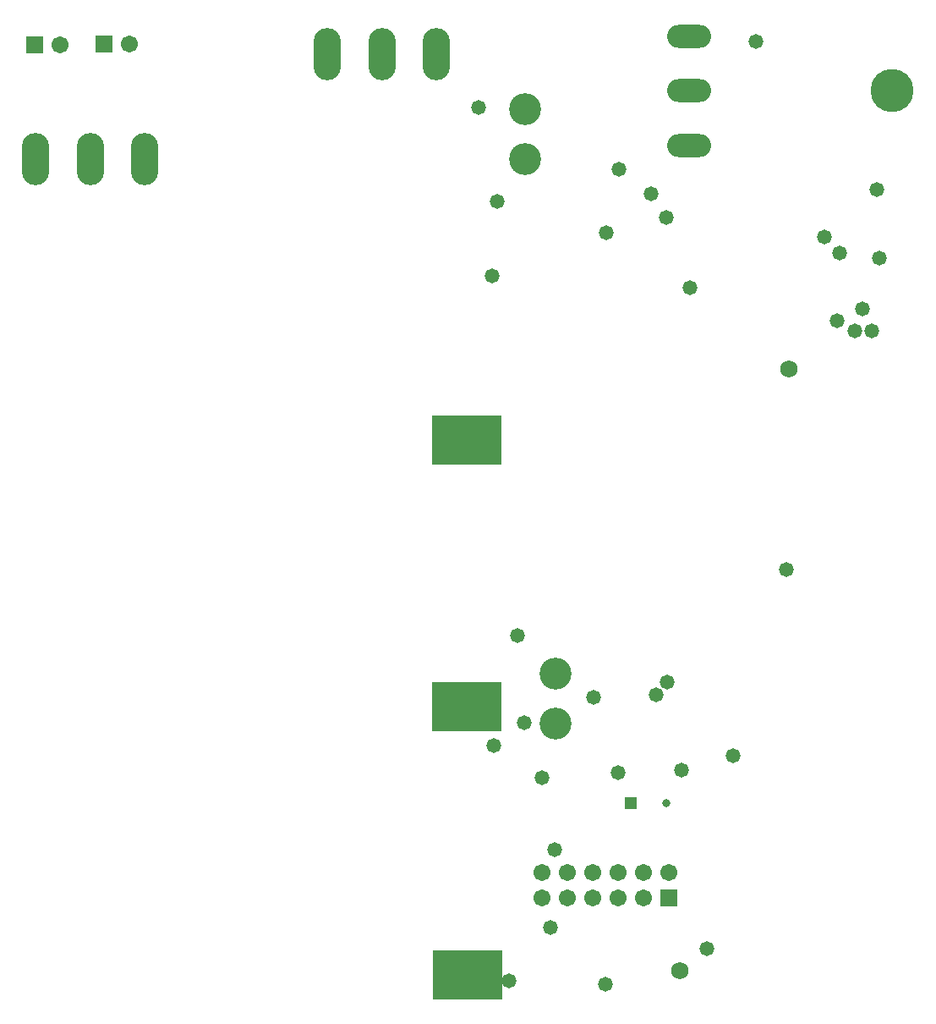
<source format=gbs>
%FSTAX23Y23*%
%MOIN*%
%SFA1B1*%

%IPPOS*%
%ADD90R,0.275000X0.195000*%
%ADD104C,0.126110*%
%ADD105R,0.067060X0.067060*%
%ADD106C,0.067060*%
%ADD107C,0.031620*%
%ADD108R,0.051620X0.051620*%
%ADD109O,0.107000X0.206000*%
%ADD110O,0.173000X0.090500*%
%ADD111C,0.170000*%
%ADD112C,0.068000*%
%ADD113C,0.058000*%
%LNchicker-1*%
%LPD*%
G54D90*
X13463Y03367D03*
Y02317D03*
X13468Y01262D03*
G54D104*
X13696Y04475D03*
Y04671D03*
X13816Y02253D03*
Y0245D03*
G54D105*
X14261Y01565D03*
X12036Y0493D03*
X11761Y04925D03*
G54D106*
X14161Y01565D03*
X14061D03*
X13961D03*
X13861D03*
X13761D03*
X14261Y01665D03*
X14161D03*
X14061D03*
X13961D03*
X13861D03*
X13761D03*
X12136Y0493D03*
X11861Y04925D03*
G54D107*
X1425Y0194D03*
G54D108*
X14112Y0194D03*
G54D109*
X1198Y04475D03*
X11766D03*
X12195D03*
X13131Y0489D03*
X13345D03*
X12916D03*
G54D110*
X14341Y0453D03*
Y04745D03*
Y0496D03*
G54D111*
X15141Y04745D03*
G54D112*
X14306Y0128D03*
X14736Y0365D03*
G54D113*
X14516Y02125D03*
X13796Y0145D03*
X13811Y01755D03*
X13761Y0204D03*
X13691Y02255D03*
X14411Y01365D03*
X13966Y02355D03*
X14311Y0207D03*
X14256Y02415D03*
X15061Y038D03*
X14211Y02365D03*
X14996Y038D03*
X14726Y0286D03*
X14876Y0417D03*
X14936Y04105D03*
X13586Y0431D03*
X13511Y0468D03*
X14016Y04185D03*
X14251Y04245D03*
X14011Y01225D03*
X13631Y0124D03*
X13571Y02165D03*
X14061Y0206D03*
X13666Y026D03*
X13566Y04015D03*
X15091Y04085D03*
X15081Y04355D03*
X14926Y0384D03*
X15026Y03885D03*
X14606Y0494D03*
X14066Y04435D03*
X14191Y0434D03*
X14346Y0397D03*
M02*
</source>
